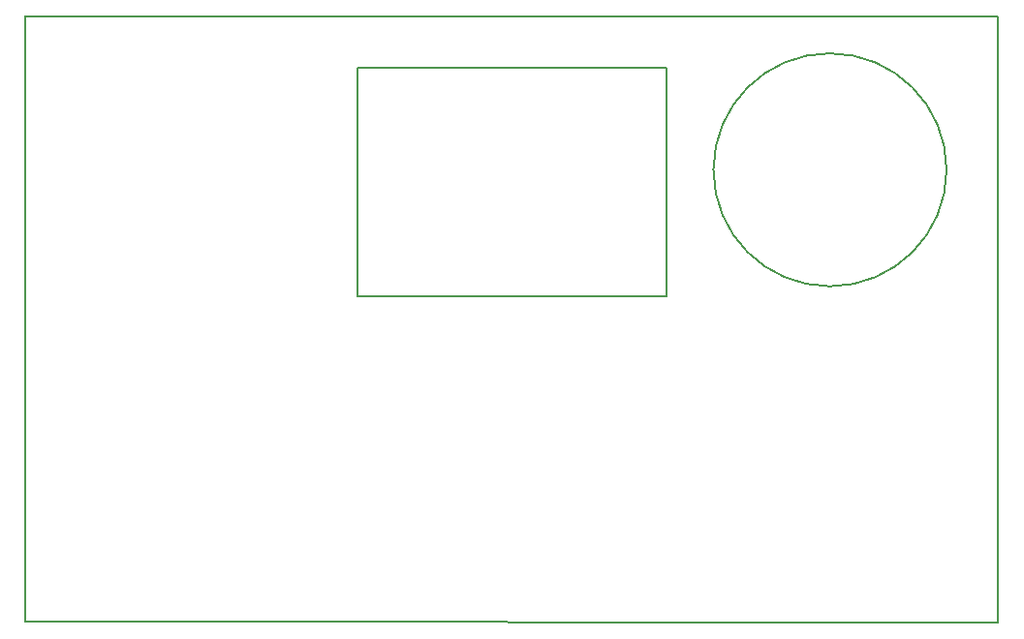
<source format=gbr>
G04 #@! TF.FileFunction,Other,User*
%FSLAX46Y46*%
G04 Gerber Fmt 4.6, Leading zero omitted, Abs format (unit mm)*
G04 Created by KiCad (PCBNEW (2015-11-06 BZR 6302)-product) date 2015. November 08., Vasárnap 12:44:23*
%MOMM*%
G01*
G04 APERTURE LIST*
%ADD10C,0.100000*%
%ADD11C,0.200000*%
G04 APERTURE END LIST*
D10*
D11*
X25984200Y-76962000D02*
X25984200Y-23952200D01*
X110998000Y-77012800D02*
X25984200Y-76962000D01*
X110998000Y-23977600D02*
X110998000Y-77012800D01*
X29083000Y-23977600D02*
X110998000Y-23977600D01*
X26009600Y-23977600D02*
X29083000Y-23977600D01*
X82042000Y-28524200D02*
X54991000Y-28524200D01*
X82016600Y-48488600D02*
X82042000Y-28524200D01*
X82042000Y-48488600D02*
X82016600Y-48488600D01*
X55016400Y-48488600D02*
X82042000Y-48488600D01*
X55016400Y-48437800D02*
X55016400Y-48488600D01*
X55016400Y-28498800D02*
X55016400Y-48437800D01*
X106480347Y-37414200D02*
G75*
G03X106480347Y-37414200I-10188947J0D01*
G01*
M02*

</source>
